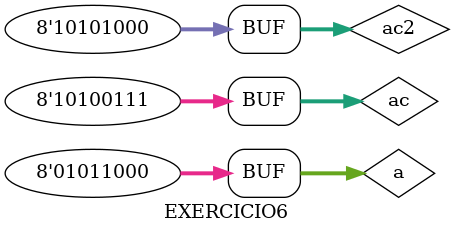
<source format=v>
module EXERCICIO6; 
// ------------------------- definir dados 
reg [7:0] a; 
wire [7:0] ac;
wire [7:0] ac2;
assign ac = ~a;
assign ac2 = ac + 1;
// ------------------------- parte principal 
initial begin 
$display("\nExercicio0036 - Lucas Cassiano Ferraz Paolillo"); 
$display("Matricula: 420125"); 
a = 00000000;
$display("\n1's COMPLEMENT"); 
$monitor("a = %8b = %8b", a, ac);
a = 00000000;
#1;
a = 00000001;
#1;
a = 00100111;
#1;
a = 10100101;
#1;
a = 11111110;
#1;
a = 11111111;
#1;
a = 11111000; 
#1;
$display("\nExercicio0037 - Lucas Cassiano Ferraz Paolillo");
$display("Matricula: 420125"); 
$display("\n2's COMPLEMENT"); 
$monitor("a = %8b = %8b", a, ac2);
a = 00000000;
#1;
a = 00000001;
#1;
a = 00100111;
#1;
a = 10100101;
#1;
a = 11111110;
#1;
a = 11111111;
#1;
a = 11111000; 
#1;
end
endmodule //
</source>
